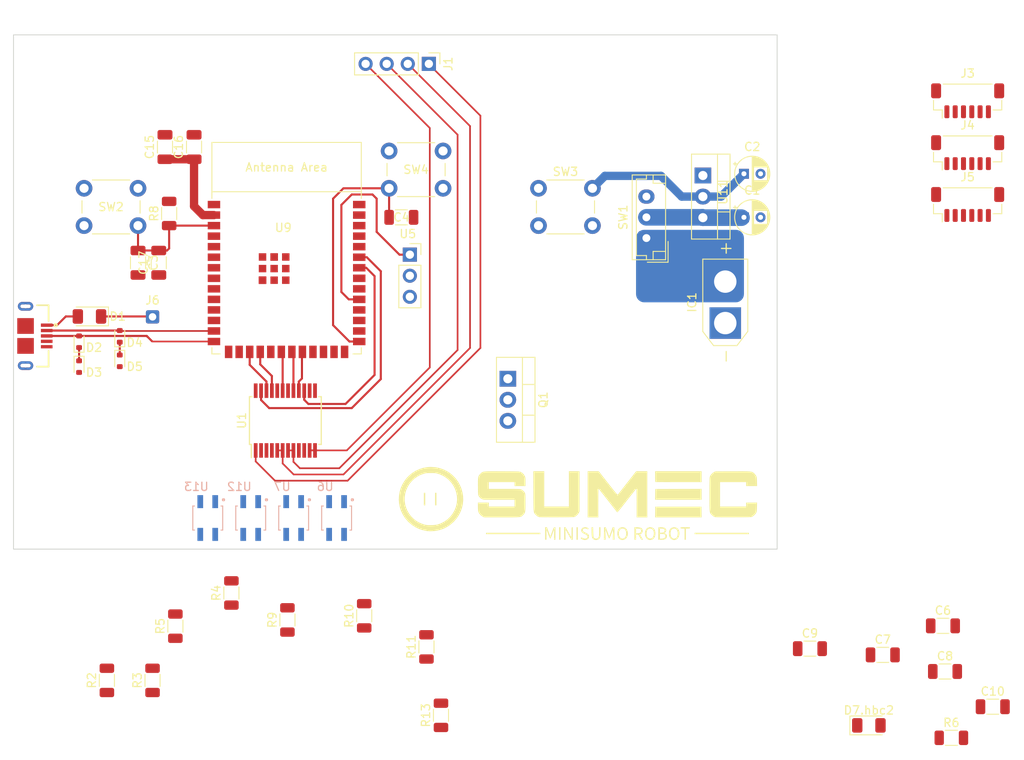
<source format=kicad_pcb>
(kicad_pcb (version 20221018) (generator pcbnew)
  (layers (0 "F.Cu" signal) (31 "B.Cu" signal) (34 "B.Paste" user) (35 "F.Paste" user) (36 "B.SilkS" user "B.Silkscreen") (37 "F.SilkS" user "F.Silkscreen") (38 "B.Mask" user) (39 "F.Mask" user) (44 "Edge.Cuts" user))
  (net 0 "")
  (net 1 "GND")
  (net 2 "/MCU/EN")
  (net 3 "/MCU/BOOT")
  (net 4 "Net-(U6-A)")
  (net 5 "QRE1113 A")
  (net 6 "Net-(U7-A)")
  (net 7 "QRE1113 B")
  (net 8 "QRE1113 C")
  (net 10 "+3V3")
  (net 11 "Net-(D1-A)")
  (net 12 "Net-(D2-K)")
  (net 13 "Net-(D4-K)")
  (net 17 "Net-(U12-A)")
  (net 18 "QRE1113 D")
  (net 22 "Net-(U13-A)")
  (net 30 "+8V")
  (net 31 "/MCU/BI1")
  (net 32 "/MCU/AI2")
  (net 33 "/MCU/STBY")
  (net 34 "/MCU/BI2")
  (net 35 "/MCU/AI1")
  (net 39 "/MCU/PWMA")
  (net 40 "/MCU/PWMB")
  (net 41 "/MCU/D +")
  (net 42 "/MCU/D -")
  (net 44 "+5V")
  (net 45 "/MCU/VM")
  (net 46 "Net-(D7.hbc2-A)")
  (net 47 "8V IN")
  (net 48 "MOTOR 2 -")
  (net 49 "MOTOR 2 +")
  (net 50 "MOTOR 1 -")
  (net 51 "MOTOR 1 +")
  (net 52 "SCL")
  (net 53 "SDA")
  (net 54 "TEST PROGRAM")
  (net 55 "IR MODULE")
  (footprint "Resistor_SMD:R_1206_3216Metric" (layer "F.Cu") (at 202.25 121.0375 90)
    (fp_text reference "R13")
    (fp_text value "10k")
  )
  (footprint "Resistor_SMD:R_1206_3216Metric" (layer "F.Cu") (at 169.5 60.5375 90)
    (fp_text reference "R8")
    (fp_text value "10k.mcu")
  )
  (footprint "Resistor_SMD:R_1206_3216Metric" (layer "F.Cu") (at 200.5 112.7875 90)
    (fp_text reference "R11")
    (fp_text value "100")
  )
  (footprint "sumec-smd_library:logo even smaller" (layer "F.Cu") (at 217.862448 96.062642)
    (fp_text reference "R1" hide)
    (fp_text value "R" hide)
  )
  (footprint "Connector_JST:JST_SH_BM06B-SRSS-TB_1x06-1MP_P1.00mm_Vertical" (layer "F.Cu") (at 265.7 53.2)
    (fp_text reference "J4")
    (fp_text value "Conn_01x06_Pin")
  )
  (footprint "Capacitor_SMD:C_1206_3216Metric" (layer "F.Cu") (at 165.75 66.475 -90)
    (fp_text reference "C3")
    (fp_text value "0,1uF.en")
  )
  (footprint "Capacitor_SMD:C_1206_3216Metric" (layer "F.Cu") (at 169 52.525 90)
    (fp_text reference "C15")
    (fp_text value "0,1uF.mcu")
  )
  (footprint "Package_SO:SSOP-24_5.3x8.2mm_P0.65mm" (layer "F.Cu") (at 183.5 85.5 90)
    (fp_text reference "U1")
    (fp_text value "TB6612FNG")
  )
  (footprint "Button_Switch_THT:SW_PUSH_6mm" (layer "F.Cu") (at 196 53)
    (fp_text reference "SW4")
    (fp_text value "SW_Push" hide)
  )
  (footprint "Button_Switch_THT:SW_PUSH_6mm" (layer "F.Cu") (at 159.25 57.5)
    (fp_text reference "SW2")
    (fp_text value "SW_Push" hide)
  )
  (footprint "sumec_library:AMASS_XT30U-M_1x02_P5.0mm_Vertical" (layer "F.Cu") (at 236.5 73.75 90)
    (fp_text reference "IC1")
    (fp_text value "XT30U-F")
  )
  (footprint "Connector_PinHeader_2.54mm:PinHeader_1x04_P2.54mm_Vertical" (layer "F.Cu") (at 200.79 42.5 -90)
    (fp_text reference "J1")
    (fp_text value "Conn_01x04_Pin" hide)
  )
  (footprint "Capacitor_SMD:C_1206_3216Metric" (layer "F.Cu") (at 246.7 113)
    (fp_text reference "C9")
    (fp_text value "0,1uF.hbc")
  )
  (footprint "Capacitor_SMD:C_1206_3216Metric" (layer "F.Cu") (at 262.975 115.75)
    (fp_text reference "C8")
    (fp_text value "10uF.hbc")
  )
  (footprint "Resistor_SMD:R_1206_3216Metric" (layer "F.Cu") (at 263.7375 123.75)
    (fp_text reference "R6")
    (fp_text value "100k.hbc")
  )
  (footprint "Package_TO_SOT_THT:TO-220-3_Vertical" (layer "F.Cu") (at 233.805 55.96 -90)
    (fp_text reference "U11")
    (fp_text value "LM1084-3.3")
  )
  (footprint "Diode_SMD:D_SOD-523" (layer "F.Cu") (at 158.65 76 90)
    (fp_text reference "D2")
    (fp_text value "ESD5Zxx")
  )
  (footprint "PCM_Espressif:ESP32-S3-WROOM-1" (layer "F.Cu") (at 183.65 67.72)
    (fp_text reference "U9")
    (fp_text value "ESP32-S3-WROOM-1")
  )
  (footprint "Resistor_SMD:R_1206_3216Metric" (layer "F.Cu") (at 193 109.0375 90)
    (fp_text reference "R10")
    (fp_text value "100")
  )
  (footprint "Diode_SMD:D_SOD-523" (layer "F.Cu") (at 158.65 79 -90)
    (fp_text reference "D3")
    (fp_text value "ESD5Zxx" hide)
  )
  (footprint "MountingHole:MountingHole_3.2mm_M3" (layer "F.Cu") (at 262.75 83 180)
    (fp_text reference "H2" hide)
    (fp_text value "MountingHole M3" hide)
  )
  (footprint "Diode_SMD:D_1206_3216Metric" (layer "F.Cu") (at 253.8 122.25)
    (fp_text reference "D7.hbc2")
    (fp_text value "D_Zener")
  )
  (footprint "Capacitor_SMD:C_1206_3216Metric" (layer "F.Cu") (at 255.475 113.75)
    (fp_text reference "C7")
    (fp_text value "1uF.hb")
  )
  (footprint "MountingHole:MountingHole_3.2mm_M3" (layer "F.Cu") (at 255.75 83.25)
    (fp_text reference "H3" hide)
    (fp_text value "MountingHole M3" hide)
  )
  (footprint "Connector_JST:JST_SH_BM06B-SRSS-TB_1x06-1MP_P1.00mm_Vertical" (layer "F.Cu") (at 265.7 46.95)
    (fp_text reference "J3")
    (fp_text value "Conn_01x06_Pin")
  )
  (footprint "sumec-smd_library:GCT_USB3090-XX-X_REVE" (layer "F.Cu") (at 152.2 75.3 -90)
    (fp_text reference "J2" hide)
    (fp_text value "USB3090-XX-X_REVE" hide)
    (fp_line (start -3.8 0.4) (end -3.8 -0.4) (stroke (width 0.01)) (layer "Edge.Cuts"))
    (fp_line (start -3.35 -0.4) (end -3.35 0.4) (stroke (width 0.01)) (layer "Edge.Cuts"))
    (fp_line (start 3.35 0.4) (end 3.35 -0.4) (stroke (width 0.01)) (layer "Edge.Cuts"))
    (fp_line (start 3.8 -0.4) (end 3.8 0.4) (stroke (width 0.01)) (layer "Edge.Cuts"))
    (fp_arc (start -3.8 -0.4) (mid -3.734099 -0.559099) (end -3.575 -0.625) (stroke (width 0.01)) (layer "Edge.Cuts"))
    (fp_arc (start -3.575 -0.625) (mid -3.415901 -0.559099) (end -3.35 -0.4) (stroke (width 0.01)) (layer "Edge.Cuts"))
    (fp_arc (start -3.575 0.625) (mid -3.734099 0.559099) (end -3.8 0.4) (stroke (width 0.01)) (layer "Edge.Cuts"))
    (fp_arc (start -3.35 0.4) (mid -3.415901 0.559099) (end -3.575 0.625) (stroke (width 0.01)) (layer "Edge.Cuts"))
    (fp_arc (start 3.35 -0.4) (mid 3.415901 -0.559099) (end 3.575 -0.625) (stroke (width 0.01)) (layer "Edge.Cuts"))
    (fp_arc (start 3.575 -0.625) (mid 3.734099 -0.559099) (end 3.8 -0.4) (stroke (width 0.01)) (layer "Edge.Cuts"))
    (fp_arc (start 3.575 0.625) (mid 3.415901 0.559099) (end 3.35 0.4) (stroke (width 0.01)) (layer "Edge.Cuts"))
    (fp_arc (start 3.8 0.4) (mid 3.734099 0.559099) (end 3.575 0.625) (stroke (width 0.01)) (layer "Edge.Cuts"))
  )
  (footprint "Capacitor_THT:CP_Radial_D4.0mm_P2.00mm" (layer "F.Cu") (at 238.75 61)
    (fp_text reference "C1")
    (fp_text value "10uF.stabl")
  )
  (footprint "Capacitor_SMD:C_1206_3216Metric" (layer "F.Cu") (at 168.25 66.475 90)
    (fp_text reference "C17")
    (fp_text value "10uF.mcu")
  )
  (footprint "Capacitor_SMD:C_1206_3216Metric" (layer "F.Cu") (at 268.725 120)
    (fp_text reference "C10")
    (fp_text value "0,5uF.hbc")
  )
  (footprint "Resistor_SMD:R_1206_3216Metric" (layer "F.Cu") (at 177 106.2875 90)
    (fp_text reference "R4")
    (fp_text value "100")
  )
  (footprint "Capacitor_SMD:C_1206_3216Metric" (layer "F.Cu") (at 172.5 52.525 90)
    (fp_text reference "C16")
    (fp_text value "10uF.mcu")
  )
  (footprint "Resistor_SMD:R_1206_3216Metric" (layer "F.Cu") (at 183.75 109.5375 90)
    (fp_text reference "R9")
    (fp_text value "10k")
  )
  (footprint "Resistor_SMD:R_1206_3216Metric" (layer "F.Cu") (at 162 116.825 90)
    (fp_text reference "R2")
    (fp_text value "100")
  )
  (footprint "Diode_SMD:D_1206_3216Metric" (layer "F.Cu") (at 159.9 72.95 180)
    (fp_text reference "D1")
    (fp_text value "1N5819")
  )
  (footprint "Diode_SMD:D_SOD-523" (layer "F.Cu") (at 163.55 75.35 90)
    (fp_text reference "D4")
    (fp_text value "ESD5Zxx" hide)
  )
  (footprint "Connector_JST:JST_EH_B3B-EH-A_1x03_P2.50mm_Vertical" (layer "F.Cu") (at 227 63.5 90)
    (fp_text reference "SW1")
    (fp_text value "SW_SPDT")
  )
  (footprint "Capacitor_SMD:C_1206_3216Metric" (layer "F.Cu") (at 197.475 61)
    (fp_text reference "C4")
    (fp_text value "0,1uF.boot")
  )
  (footprint "Connector_JST:JST_SH_BM06B-SRSS-TB_1x06-1MP_P1.00mm_Vertical" (layer "F.Cu") (at 265.7 59.45)
    (fp_text reference "J5")
    (fp_text value "Conn_01x06_Pin")
  )
  (footprint "Package_TO_SOT_THT:TO-220-3_Vertical" (layer "F.Cu") (at 210.305 80.46 -90)
    (fp_text reference "Q1")
    (fp_text value "PMOS")
  )
  (footprint "Capacitor_THT:CP_Radial_D4.0mm_P2.00mm" (layer "F.Cu") (at 238.75 55.75)
    (fp_text reference "C2")
    (fp_text value "10uF.stabl")
  )
  (footprint "Capacitor_SMD:C_1206_3216Metric" (layer "F.Cu") (at 262.725 110.25)
    (fp_text reference "C6")
    (fp_text value "10uF.hb")
  )
  (footprint "Connector_Wire:SolderWire-0.1sqmm_1x01_D0.4mm_OD1mm" (layer "F.Cu") (at 167.5 73)
    (fp_text reference "J6")
    (fp_text value "Conn_01x01_Pin" hide)
  )
  (footprint "Resistor_SMD:R_1206_3216Metric" (layer "F.Cu") (at 170.25 110.2875 90)
    (fp_text reference "R5")
    (fp_text value "10k")
  )
  (footprint "Connector_PinSocket_2.54mm:PinSocket_1x03_P2.54mm_Vertical" (layer "F.Cu") (at 198.5 65.5)
    (fp_text reference "U5")
    (fp_text value "TSOP382xx")
  )
  (footprint "Resistor_SMD:R_1206_3216Metric" (layer "F.Cu") (at 167.5 116.825 90)
    (fp_text reference "R3")
    (fp_text value "10k")
  )
  (footprint "Button_Switch_THT:SW_PUSH_6mm" (layer "F.Cu") (at 214 57.5)
    (fp_text reference "SW3")
    (fp_text value "SW_Push")
  )
  (footprint "MountingHole:MountingHole_3.2mm_M3" (layer "F.Cu") (at 262.75 76 180)
    (fp_text reference "H1" hide)
    (fp_text value "MountingHole M3" hide)
  )
  (footprint "Diode_SMD:D_SOD-523" (layer "F.Cu") (at 163.55 78.3 -90)
    (fp_text reference "D5")
    (fp_text value "ESD5Zxx" hide)
  )
  (footprint "MountingHole:MountingHole_3.2mm_M3" (layer "F.Cu") (at 255.75 76.25 90)
    (fp_text reference "H4" hide)
    (fp_text value "MountingHole M3" hide)
  )
  (footprint "sumec-smd_library:QRE1113GR-(smd)" (layer "B.Cu") (at 184.5 97.25 180)
    (fp_text reference "U7")
    (fp_text value "QRE1113")
  )
  (footprint "sumec-smd_library:QRE1113GR-(smd)" (layer "B.Cu") (at 174.15 97.25 180)
    (fp_text reference "U13")
    (fp_text value "QRE1113")
  )
  (footprint "sumec-smd_library:QRE1113GR-(smd)" (layer "B.Cu") (at 189.675 97.25 180)
    (fp_text reference "U6")
    (fp_text value "QRE1113")
  )
  (footprint "sumec-smd_library:QRE1113GR-(smd)" (layer "B.Cu") (at 179.325 97.25 180)
    (fp_text reference "U12")
    (fp_text value "QRE1113")
  )
  (gr_rect (start 150.75 39) (end 242.75 101) (stroke (width 0.1)) (fill none) (layer "Edge.Cuts"))
  (segment (start 165.75 65) (end 165.75 62) (width 0.25) (layer "F.Cu") (net 2))
  (segment (start 174.9 62) (end 169.5 62) (width 0.25) (layer "F.Cu") (net 2))
  (segment (start 169.5 62) (end 169.5 64.75) (width 0.25) (layer "F.Cu") (net 2))
  (segment (start 169.5 64.75) (end 169.25 65) (width 0.25) (layer "F.Cu") (net 2))
  (segment (start 169.25 65) (end 165.75 65) (width 0.25) (layer "F.Cu") (net 2))
  (segment (start 196 60.75) (end 196.25 61) (width 0.25) (layer "F.Cu") (net 3))
  (segment (start 190.5 57.5) (end 196 57.5) (width 0.25) (layer "F.Cu") (net 3))
  (segment (start 189.25 74) (end 189.25 58.75) (width 0.25) (layer "F.Cu") (net 3))
  (segment (start 196 57.5) (end 196 60.75) (width 0.25) (layer "F.Cu") (net 3))
  (segment (start 189.25 58.75) (end 190.5 57.5) (width 0.25) (layer "F.Cu") (net 3))
  (segment (start 191.22 75.97) (end 189.25 74) (width 0.25) (layer "F.Cu") (net 3))
  (segment (start 192.4 75.97) (end 191.22 75.97) (width 0.25) (layer "F.Cu") (net 3))
  (segment (start 172.5 54) (end 169 54) (width 1) (layer "F.Cu") (net 10))
  (segment (start 174.9 60.73) (end 173.57 60.73) (width 1) (layer "F.Cu") (net 10))
  (segment (start 172.5 59.66) (end 172.5 54) (width 1) (layer "F.Cu") (net 10))
  (segment (start 173.57 60.73) (end 172.5 59.66) (width 1) (layer "F.Cu") (net 10))
  (segment (start 228.75 56) (end 222 56) (width 1) (layer "B.Cu") (net 10))
  (segment (start 233.805 58.5) (end 231.25 58.5) (width 1) (layer "B.Cu") (net 10))
  (segment (start 238.75 55.75) (end 236 58.5) (width 1) (layer "B.Cu") (net 10))
  (segment (start 222 56) (end 220.5 57.5) (width 1) (layer "B.Cu") (net 10))
  (segment (start 236 58.5) (end 233.805 58.5) (width 1) (layer "B.Cu") (net 10))
  (segment (start 231.25 58.5) (end 228.75 56) (width 1) (layer "B.Cu") (net 10))
  (segment (start 156 74) (end 154.75 74) (width 0.25) (layer "F.Cu") (net 11))
  (segment (start 158.5 72.95) (end 157.05 72.95) (width 0.25) (layer "F.Cu") (net 11))
  (segment (start 157.05 72.95) (end 156 74) (width 0.25) (layer "F.Cu") (net 11))
  (segment (start 158.65 78.3) (end 158.65 76.7) (width 0.25) (layer "F.Cu") (net 12))
  (segment (start 163.55 76.05) (end 163.55 77.6) (width 0.25) (layer "F.Cu") (net 13))
  (segment (start 233.765 61) (end 227 61) (width 2) (layer "B.Cu") (net 30))
  (segment (start 233.805 61.04) (end 233.765 61) (width 2) (layer "B.Cu") (net 30))
  (segment (start 233.805 61.04) (end 238.46 61.04) (width 2) (layer "B.Cu") (net 30))
  (segment (start 184.475 77.41) (end 184.285 77.22) (width 0.25) (layer "F.Cu") (net 31))
  (segment (start 184.475 81.9) (end 184.475 77.41) (width 0.25) (layer "F.Cu") (net 31))
  (segment (start 179.205 78.78) (end 181.225 80.8) (width 0.25) (layer "F.Cu") (net 32))
  (segment (start 179.205 77.22) (end 179.205 78.78) (width 0.25) (layer "F.Cu") (net 32))
  (segment (start 181.225 80.8) (end 181.225 81.9) (width 0.25) (layer "F.Cu") (net 32))
  (segment (start 183.175 81.9) (end 183.175 77.38) (width 0.25) (layer "F.Cu") (net 33))
  (segment (start 183.175 77.38) (end 183.015 77.22) (width 0.25) (layer "F.Cu") (net 33))
  (segment (start 185.5 77.275) (end 185.555 77.22) (width 0.25) (layer "F.Cu") (net 34))
  (segment (start 185.125 81.9) (end 185.125 80.8) (width 0.25) (layer "F.Cu") (net 34))
  (segment (start 185.125 80.8) (end 185.5 80.425) (width 0.25) (layer "F.Cu") (net 34))
  (segment (start 185.5 80.425) (end 185.5 77.275) (width 0.25) (layer "F.Cu") (net 34))
  (segment (start 180.475 78.725) (end 180.475 77.22) (width 0.25) (layer "F.Cu") (net 35))
  (segment (start 181.875 80.125) (end 180.475 78.725) (width 0.25) (layer "F.Cu") (net 35))
  (segment (start 181.875 81.9) (end 181.875 80.125) (width 0.25) (layer "F.Cu") (net 35))
  (segment (start 180.575 83.025) (end 181.55 84) (width 0.25) (layer "F.Cu") (net 39))
  (segment (start 193.31 65.81) (end 192.4 65.81) (width 0.25) (layer "F.Cu") (net 39))
  (segment (start 181.55 84) (end 191.5 84) (width 0.25) (layer "F.Cu") (net 39))
  (segment (start 180.575 81.9) (end 180.575 83.025) (width 0.25) (layer "F.Cu") (net 39))
  (segment (start 195 67.5) (end 193.31 65.81) (width 0.25) (layer "F.Cu") (net 39))
  (segment (start 195 80.5) (end 195 67.5) (width 0.25) (layer "F.Cu") (net 39))
  (segment (start 191.5 84) (end 195 80.5) (width 0.25) (layer "F.Cu") (net 39))
  (segment (start 190.75 83.5) (end 194.25 80) (width 0.25) (layer "F.Cu") (net 40))
  (segment (start 186.275 83.5) (end 190.75 83.5) (width 0.25) (layer "F.Cu") (net 40))
  (segment (start 194.25 80) (end 194.25 68.09) (width 0.25) (layer "F.Cu") (net 40))
  (segment (start 185.775 83) (end 186.275 83.5) (width 0.25) (layer "F.Cu") (net 40))
  (segment (start 194.25 68.09) (end 193.24 67.08) (width 0.25) (layer "F.Cu") (net 40))
  (segment (start 193.24 67.08) (end 192.4 67.08) (width 0.25) (layer "F.Cu") (net 40))
  (segment (start 185.775 81.9) (end 185.775 83) (width 0.25) (layer "F.Cu") (net 40))
  (segment (start 166.8 75.3) (end 166.875 75.375) (width 0.254) (layer "F.Cu") (net 41))
  (segment (start 158.65 75.3) (end 154.75 75.3) (width 0.254) (layer "F.Cu") (net 41))
  (segment (start 166.875 75.375) (end 167.44 75.94) (width 0.254) (layer "F.Cu") (net 41))
  (segment (start 158.65 75.3) (end 166.8 75.3) (width 0.254) (layer "F.Cu") (net 41))
  (segment (start 174.9 75.97) (end 167.47 75.97) (width 0.2) (layer "F.Cu") (net 41))
  (segment (start 154.75 74.65) (end 163.55 74.65) (width 0.254) (layer "F.Cu") (net 42))
  (segment (start 163.6 74.7) (end 174.9 74.7) (width 0.2) (layer "F.Cu") (net 42))
  (segment (start 163.55 74.65) (end 163.6 74.7) (width 0.2) (layer "F.Cu") (net 42))
  (segment (start 167.5 73) (end 167.45 72.95) (width 0.25) (layer "F.Cu") (net 44))
  (segment (start 167.45 72.95) (end 161.3 72.95) (width 0.25) (layer "F.Cu") (net 44))
  (segment (start 184.475 89.1) (end 183.825 89.1) (width 0.2) (layer "F.Cu") (net 48))
  (segment (start 184.475 89.1) (end 184.475 90.475) (width 0.2) (layer "F.Cu") (net 48))
  (segment (start 204.25 51.04) (end 195.71 42.5) (width 0.2) (layer "F.Cu") (net 48))
  (segment (start 190 91.25) (end 204.25 77) (width 0.2) (layer "F.Cu") (net 48))
  (segment (start 204.25 77) (end 204.25 51.04) (width 0.2) (layer "F.Cu") (net 48))
  (segment (start 184.475 90.475) (end 185.25 91.25) (width 0.2) (layer "F.Cu") (net 48))
  (segment (start 185.25 91.25) (end 190 91.25) (width 0.2) (layer "F.Cu") (net 48))
  (segment (start 200.9 79.1) (end 200.9 50.23) (width 0.2) (layer "F.Cu") (net 49))
  (segment (start 186.75 89.1) (end 187.075 89.1) (width 0.2) (layer "F.Cu") (net 49))
  (segment (start 186.425 89.1) (end 186.75 89.1) (width 0.2) (layer "F.Cu") (net 49))
  (segment (start 186.425 89.1) (end 190.9 89.1) (width 0.2) (layer "F.Cu") (net 49))
  (segment (start 200.9 50.23) (end 193.17 42.5) (width 0.2) (layer "F.Cu") (net 49))
  (segment (start 190.9 89.1) (end 200.9 79.1) (width 0.2) (layer "F.Cu") (net 49))
  (segment (start 183.175 89.1) (end 182.525 89.1) (width 0.2) (layer "F.Cu") (net 50))
  (segment (start 205.75 76.75) (end 205.75 50) (width 0.2) (layer "F.Cu") (net 50))
  (segment (start 183.175 90.675) (end 184.5 92) (width 0.2) (layer "F.Cu") (net 50))
  (segment (start 184.5 92) (end 190.5 92) (width 0.2) (layer "F.Cu") (net 50))
  (segment (start 190.5 92) (end 205.75 76.75) (width 0.2) (layer "F.Cu") (net 50))
  (segment (start 183.175 89.1) (end 183.175 90.675) (width 0.2) (layer "F.Cu") (net 50))
  (segment (start 205.75 50) (end 198.25 42.5) (width 0.2) (layer "F.Cu") (net 50))
  (segment (start 207 76.75) (end 207 48.75) (width 0.2) (layer "F.Cu") (net 51))
  (segment (start 182.25 92.75) (end 191 92.75) (width 0.2) (layer "F.Cu") (net 51))
  (segment (start 179.925 89.1) (end 179.925 90.425) (width 0.2) (layer "F.Cu") (net 51))
  (segment (start 200.79 42.54) (end 200.79 42.5) (width 0.2) (layer "F.Cu") (net 51))
  (segment (start 191 92.75) (end 207 76.75) (width 0.2) (layer "F.Cu") (net 51))
  (segment (start 179.925 90.425) (end 182.25 92.75) (width 0.2) (layer "F.Cu") (net 51))
  (segment (start 207 48.75) (end 200.79 42.54) (width 0.2) (layer "F.Cu") (net 51))
  (segment (start 213.97 61.97) (end 214 62) (width 0.25) (layer "F.Cu") (net 54))
  (segment (start 190.25 59.5) (end 191.5 58.25) (width 0.25) (layer "F.Cu") (net 55))
  (segment (start 191.14 70.89) (end 190.25 70) (width 0.25) (layer "F.Cu") (net 55))
  (segment (start 197.25 65.5) (end 198.25 65.5) (width 0.25) (layer "F.Cu") (net 55))
  (segment (start 190.25 70) (end 190.25 59.5) (width 0.25) (layer "F.Cu") (net 55))
  (segment (start 194.5 62.75) (end 197.25 65.5) (width 0.25) (layer "F.Cu") (net 55))
  (segment (start 194.5 58.75) (end 194.5 62.75) (width 0.25) (layer "F.Cu") (net 55))
  (segment (start 191.5 58.25) (end 194 58.25) (width 0.25) (layer "F.Cu") (net 55))
  (segment (start 194 58.25) (end 194.5 58.75) (width 0.25) (layer "F.Cu") (net 55))
  (segment (start 192.4 70.89) (end 191.14 70.89) (width 0.25) (layer "F.Cu") (net 55))
  (zone (net 47) (net_name "8V IN") (layer "B.Cu") (priority 2) (connect_pads yes (clearance 0.5)) (min_thickness 0.25) (fill yes (thermal_gap 0.5) (thermal_bridge_width 0.5) (smoothing fillet) (radius 1))
    (polygon (pts (xy 225.75 62.5) (xy 238.75 62.5) (xy 238.75 71.25) (xy 225.75 71.25)))
  )
)
</source>
